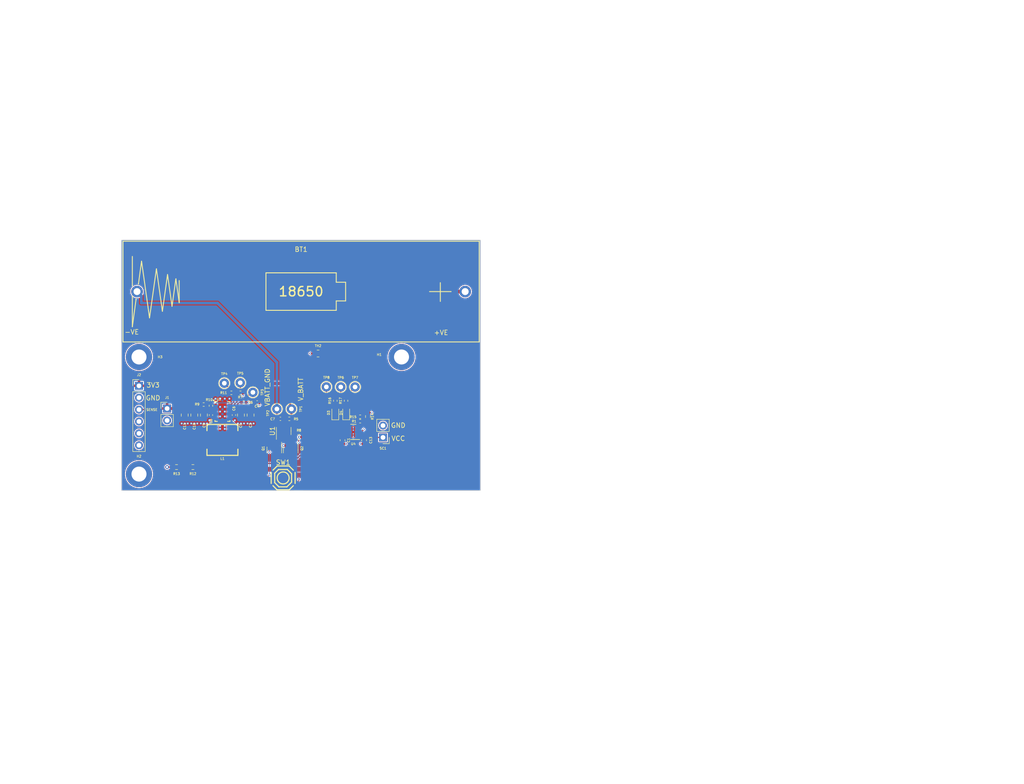
<source format=kicad_pcb>
(kicad_pcb (version 20221018) (generator pcbnew)
  (layers (0 "F.Cu" signal) (1 "In1.Cu" signal) (2 "In2.Cu" signal) (31 "B.Cu" signal) (34 "B.Paste" user) (35 "F.Paste" user) (36 "B.SilkS" user "B.Silkscreen") (37 "F.SilkS" user "F.Silkscreen") (38 "B.Mask" user) (39 "F.Mask" user) (44 "Edge.Cuts" user))
  (net 0 "")
  (net 1 "V_BATT")
  (net 2 "GND")
  (net 3 "Net-(U2-VINA)")
  (net 4 "+3V3")
  (net 5 "/3V3_L1")
  (net 6 "/3V3_L2")
  (net 7 "Net-(D3-K)")
  (net 8 "Net-(D3-A)")
  (net 9 "Net-(D4-K)")
  (net 10 "/3V3_EN")
  (net 11 "Net-(D4-A)")
  (net 13 "/3V3_PG")
  (net 15 "VCC")
  (net 17 "Net-(Q1-G)")
  (net 18 "Net-(Q1-D)")
  (net 19 "Net-(Q2-G)")
  (net 20 "Net-(U4-VTSB)")
  (net 21 "Net-(U4-TS)")
  (net 22 "Net-(U2-PS{slash}SYNC)")
  (net 23 "Batt_Sense")
  (net 24 "Net-(U2-FB)")
  (net 25 "Net-(U4-ISET)")
  (net 26 "Net-(U4-~{EN})")
  (net 27 "Net-(U4-VDPM)")
  (net 28 "Net-(U1-VDD)")
  (net 29 "Net-(U1-CS)")
  (net 33 "/BAT_-VE")
  (footprint "TestPoint:TestPoint_THTPad_D2.0mm_Drill1.0mm" (layer "F.Cu") (at 123.09 111.4)
    (fp_text reference "TP7" (at 0 -1.998) (layer "F.SilkS") (effects (font (size 0.5 0.5) (thickness 0.1))))
    (fp_text value "TestPoint")
    (pad "1" thru_hole circle (at 0 0) (size 2 2) (drill 1) (layers "*.Cu" "*.Mask") (net 9 "Net-(D4-K)"))
  )
  (footprint "MountingHole:MountingHole_3.2mm_M3_DIN965_Pad" (layer "F.Cu") (at 133 105)
    (fp_text reference "H1" (at -4.75 -0.5) (layer "F.SilkS") (effects (font (size 0.5 0.5) (thickness 0.1))))
    (fp_text value "MountingHole")
    (pad "1" thru_hole circle (at 0 0) (size 5.6 5.6) (drill 3.2) (layers "*.Cu" "*.Mask"))
  )
  (footprint "Capacitor_SMD:C_0402_1005Metric" (layer "F.Cu") (at 92.35 117.4 -90)
    (fp_text reference "C8" (at 1.3 0 90) (layer "F.SilkS") (effects (font (size 0.5 0.5) (thickness 0.1))))
    (fp_text value "100nF")
    (pad "1" smd roundrect (at -0.48 0 270) (size 0.56 0.62) (layers "F.Cu" "F.Paste" "F.Mask") (net 4 "+3V3"))
    (pad "2" smd roundrect (at 0.48 0 270) (size 0.56 0.62) (layers "F.Cu" "F.Paste" "F.Mask") (net 2 "GND"))
  )
  (footprint "TestPoint:TestPoint_THTPad_D2.0mm_Drill1.0mm" (layer "F.Cu") (at 106.415 116.1 -90)
    (fp_text reference "TP2" (at 0.9 1.915 90) (layer "F.SilkS") (effects (font (size 0.5 0.5) (thickness 0.1))))
    (fp_text value "TestPoint")
    (pad "1" thru_hole circle (at 0 0 270) (size 2 2) (drill 1) (layers "*.Cu" "*.Mask") (net 33 "/BAT_-VE"))
  )
  (footprint "Package_TO_SOT_SMD:SOT-23-6" (layer "F.Cu") (at 107.87 120.8 90)
    (fp_text reference "U1" (at 0 -2.4 90) (layer "F.SilkS"))
    (fp_text value "HY2116-DB6B")
    (pad "1" smd roundrect (at -1.1375 -0.95 90) (size 1.325 0.6) (layers "F.Cu" "F.Paste" "F.Mask") (net 17 "Net-(Q1-G)"))
    (pad "2" smd roundrect (at -1.1375 0 90) (size 1.325 0.6) (layers "F.Cu" "F.Paste" "F.Mask") (net 29 "Net-(U1-CS)"))
    (pad "3" smd roundrect (at -1.1375 0.95 90) (size 1.325 0.6) (layers "F.Cu" "F.Paste" "F.Mask") (net 19 "Net-(Q2-G)"))
    (pad "4" smd roundrect (at 1.1375 0.95 90) (size 1.325 0.6) (layers "F.Cu" "F.Paste" "F.Mask"))
    (pad "5" smd roundrect (at 1.1375 0 90) (size 1.325 0.6) (layers "F.Cu" "F.Paste" "F.Mask") (net 28 "Net-(U1-VDD)"))
    (pad "6" smd roundrect (at 1.1375 -0.95 90) (size 1.325 0.6) (layers "F.Cu" "F.Paste" "F.Mask") (net 33 "/BAT_-VE"))
  )
  (footprint "Capacitor_SMD:C_0402_1005Metric" (layer "F.Cu") (at 102.2 114.7)
    (fp_text reference "C4" (at -0.05 0.85) (layer "F.SilkS") (effects (font (size 0.5 0.5) (thickness 0.1))))
    (fp_text value "100nF")
    (pad "1" smd roundrect (at -0.48 0) (size 0.56 0.62) (layers "F.Cu" "F.Paste" "F.Mask") (net 3 "Net-(U2-VINA)"))
    (pad "2" smd roundrect (at 0.48 0) (size 0.56 0.62) (layers "F.Cu" "F.Paste" "F.Mask") (net 2 "GND"))
  )
  (footprint "Resistor_SMD:R_0402_1005Metric" (layer "F.Cu") (at 90.8 115.15)
    (fp_text reference "R9" (at -1.4 -0.05) (layer "F.SilkS") (effects (font (size 0.5 0.5) (thickness 0.1))))
    (fp_text value "1M")
    (pad "1" smd roundrect (at -0.51 0) (size 0.54 0.64) (layers "F.Cu" "F.Paste" "F.Mask") (net 4 "+3V3"))
    (pad "2" smd roundrect (at 0.51 0) (size 0.54 0.64) (layers "F.Cu" "F.Paste" "F.Mask") (net 24 "Net-(U2-FB)"))
  )
  (footprint "cacophony-library:IND-SMD_L6.6-W6.6_MCW-06XX" (layer "F.Cu") (at 94.8 122.7 180)
    (fp_text reference "L1" (at 0 -4) (layer "F.SilkS") (effects (font (size 0.5 0.5) (thickness 0.1))))
    (fp_text value "INDUCTOR")
    (pad "1" smd rect (at -3.03 0 180) (size 2.35 3.5) (layers "F.Cu" "F.Paste" "F.Mask") (net 5 "/3V3_L1"))
    (pad "2" smd rect (at 3.03 0 180) (size 2.35 3.5) (layers "F.Cu" "F.Paste" "F.Mask") (net 6 "/3V3_L2"))
  )
  (footprint "Resistor_SMD:R_0603_1608Metric" (layer "F.Cu") (at 125.85 117.71 90)
    (fp_text reference "R14" (at 0 0.96 90) (layer "F.SilkS") (effects (font (size 0.5 0.5) (thickness 0.1))))
    (fp_text value "820R")
    (pad "1" smd roundrect (at -0.825 0 90) (size 0.8 0.95) (layers "F.Cu" "F.Paste" "F.Mask") (net 25 "Net-(U4-ISET)"))
    (pad "2" smd roundrect (at 0.825 0 90) (size 0.8 0.95) (layers "F.Cu" "F.Paste" "F.Mask") (net 2 "GND"))
  )
  (footprint "Package_TO_SOT_SMD:SOT-23" (layer "F.Cu") (at 105.865 124.85 -90)
    (fp_text reference "Q1" (at -0.35 2.365 90) (layer "F.SilkS") (effects (font (size 0.5 0.5) (thickness 0.1))))
    (fp_text value "AO3400A")
    (pad "1" smd roundrect (at -0.9375 -0.95 270) (size 1.475 0.6) (layers "F.Cu" "F.Paste" "F.Mask") (net 17 "Net-(Q1-G)"))
    (pad "2" smd roundrect (at -0.9375 0.95 270) (size 1.475 0.6) (layers "F.Cu" "F.Paste" "F.Mask") (net 33 "/BAT_-VE"))
    (pad "3" smd roundrect (at 0.9375 0 270) (size 1.475 0.6) (layers "F.Cu" "F.Paste" "F.Mask") (net 18 "Net-(Q1-D)"))
  )
  (footprint "Capacitor_SMD:C_0603_1608Metric" (layer "F.Cu") (at 120.42 122.77 -90)
    (fp_text reference "C1" (at 0 -1.3 90) (layer "F.SilkS") (effects (font (size 0.5 0.5) (thickness 0.1))))
    (fp_text value "10uF")
    (pad "1" smd roundrect (at -0.775 0 270) (size 0.9 0.95) (layers "F.Cu" "F.Paste" "F.Mask") (net 1 "V_BATT"))
    (pad "2" smd roundrect (at 0.775 0 270) (size 0.9 0.95) (layers "F.Cu" "F.Paste" "F.Mask") (net 2 "GND"))
  )
  (footprint "Resistor_SMD:R_0402_1005Metric" (layer "F.Cu") (at 118.88 114.34 90)
    (fp_text reference "R16" (at 0 -1.17 90) (layer "F.SilkS") (effects (font (size 0.5 0.5) (thickness 0.1))))
    (fp_text value "10k")
    (pad "1" smd roundrect (at -0.51 0 90) (size 0.54 0.64) (layers "F.Cu" "F.Paste" "F.Mask") (net 8 "Net-(D3-A)"))
    (pad "2" smd roundrect (at 0.51 0 90) (size 0.54 0.64) (layers "F.Cu" "F.Paste" "F.Mask") (net 1 "V_BATT"))
  )
  (footprint "Resistor_SMD:R_0402_1005Metric" (layer "F.Cu") (at 99.35 114.7 180)
    (fp_text reference "R6" (at -1.45 0) (layer "F.SilkS") (effects (font (size 0.5 0.5) (thickness 0.1))))
    (fp_text value "100K")
    (pad "1" smd roundrect (at -0.51 0 180) (size 0.54 0.64) (layers "F.Cu" "F.Paste" "F.Mask") (net 3 "Net-(U2-VINA)"))
    (pad "2" smd roundrect (at 0.51 0 180) (size 0.54 0.64) (layers "F.Cu" "F.Paste" "F.Mask") (net 10 "/3V3_EN"))
  )
  (footprint "cacophony-library:VSON-14_L4.0-W3.0-P0.50-BL-EP_TI_DSJ" (layer "F.Cu") (at 94.8 116.65 -90)
    (fp_text reference "U2" (at -2.625 0.75) (layer "F.SilkS") (effects (font (size 0.5 0.5) (thickness 0.1))))
    (fp_text value "TPS6302x")
    (pad "1" smd rect (at -1.5 1.45 270) (size 0.25 0.7) (layers "F.Cu" "F.Paste" "F.Mask") (net 3 "Net-(U2-VINA)"))
    (pad "2" smd rect (at -1 1.45 270) (size 0.25 0.7) (layers "F.Cu" "F.Paste" "F.Mask") (net 2 "GND"))
    (pad "3" smd rect (at -0.5 1.45 270) (size 0.25 0.7) (layers "F.Cu" "F.Paste" "F.Mask") (net 24 "Net-(U2-FB)"))
    (pad "4" smd rect (at 0 1.45 270) (size 0.25 0.7) (layers "F.Cu" "F.Paste" "F.Mask") (net 4 "+3V3"))
    (pad "5" smd rect (at 0.5 1.45 270) (size 0.25 0.7) (layers "F.Cu" "F.Paste" "F.Mask") (net 4 "+3V3"))
    (pad "6" smd rect (at 1 1.45 270) (size 0.25 0.7) (layers "F.Cu" "F.Paste" "F.Mask") (net 6 "/3V3_L2"))
    (pad "7" smd rect (at 1.5 1.45 270) (size 0.25 0.7) (layers "F.Cu" "F.Paste" "F.Mask") (net 6 "/3V3_L2"))
    (pad "8" smd rect (at 1.5 -1.45 270) (size 0.25 0.7) (layers "F.Cu" "F.Paste" "F.Mask") (net 5 "/3V3_L1"))
    (pad "9" smd rect (at 1 -1.45 270) (size 0.25 0.7) (layers "F.Cu" "F.Paste" "F.Mask") (net 5 "/3V3_L1"))
    (pad "10" smd rect (at 0.5 -1.45 90) (size 0.25 0.7) (layers "F.Cu" "F.Paste" "F.Mask") (net 1 "V_BATT"))
    (pad "11" smd rect (at 0 -1.45 90) (size 0.25 0.7) (layers "F.Cu" "F.Paste" "F.Mask") (net 1 "V_BATT"))
    (pad "12" smd rect (at -0.5 -1.45 90) (size 0.25 0.7) (layers "F.Cu" "F.Paste" "F.Mask") (net 10 "/3V3_EN"))
    (pad "13" smd rect (at -1 -1.45 90) (size 0.25 0.7) (layers "F.Cu" "F.Paste" "F.Mask") (net 22 "Net-(U2-PS{slash}SYNC)"))
    (pad "14" smd rect (at -1.5 -1.45 90) (size 0.25 0.7) (layers "F.Cu" "F.Paste" "F.Mask") (net 13 "/3V3_PG"))
    (pad "15" smd custom (at 0 0 270) (size 1 1) (layers "F.Cu" "F.Paste" "F.Mask") (net 2 "GND") (options (clearance outline) (anchor circle)) (primitives (gr_poly (pts (xy -2.2 -0.79) (xy -2.2 -0.59) (xy -1.43 -0.59) (xy -1.43 -0.33) (xy -2.2 -0.33) (xy -2.2 -0.13) (xy -1.43 -0.13) (xy -1.43 0.13) (xy -2.2 0.13) (xy -2.2 0.33) (xy -1.43 0.33) (xy -1.43 0.59) (xy -2.2 0.59) (xy -2.2 0.79) (xy 2.2 0.79) (xy 2.2 0.59) (xy 1.43 0.59) (xy 1.43 0.33) (xy 2.2 0.33) (xy 2.2 0.13) (xy 1.43 0.13) (xy 1.43 -0.13) (xy 2.2 -0.13) (xy 2.2 -0.33) (xy 1.43 -0.33) (xy 1.43 -0.59) (xy 2.2 -0.59) (xy 2.2 -0.79) (xy -2.2 -0.79)) (width 0.1) (fill yes))))
  )
  (footprint "MountingHole:MountingHole_3.2mm_M3_DIN965_Pad" (layer "F.Cu") (at 77 130)
    (fp_text reference "H2" (at 0 -3.8) (layer "F.SilkS") (effects (font (size 0.5 0.5) (thickness 0.1))))
    (fp_text value "MountingHole")
    (pad "1" thru_hole circle (at 0 0) (size 5.6 5.6) (drill 3.2) (layers "*.Cu" "*.Mask"))
  )
  (footprint "Capacitor_SMD:C_0402_1005Metric" (layer "F.Cu") (at 107.165 118.2 180)
    (fp_text reference "C7" (at 1.665 -0.05) (layer "F.SilkS") (effects (font (size 0.5 0.5) (thickness 0.1))))
    (fp_text value "100nF")
    (pad "1" smd roundrect (at -0.48 0 180) (size 0.56 0.62) (layers "F.Cu" "F.Paste" "F.Mask") (net 28 "Net-(U1-VDD)"))
    (pad "2" smd roundrect (at 0.48 0 180) (size 0.56 0.62) (layers "F.Cu" "F.Paste" "F.Mask") (net 33 "/BAT_-VE"))
  )
  (footprint "MountingHole:MountingHole_3.2mm_M3_DIN965_Pad" (layer "F.Cu") (at 77 105)
    (fp_text reference "H3" (at 4.5 0) (layer "F.SilkS") (effects (font (size 0.5 0.5) (thickness 0.1))))
    (fp_text value "MountingHole")
    (pad "1" thru_hole circle (at 0 0) (size 5.6 5.6) (drill 3.2) (layers "*.Cu" "*.Mask"))
  )
  (footprint "Resistor_SMD:R_0402_1005Metric" (layer "F.Cu") (at 92.35 115.4 90)
    (fp_text reference "R10" (at 1.275 -0.375) (layer "F.SilkS") (effects (font (size 0.5 0.5) (thickness 0.1))))
    (fp_text value "180k")
    (pad "1" smd roundrect (at -0.51 0 90) (size 0.54 0.64) (layers "F.Cu" "F.Paste" "F.Mask") (net 24 "Net-(U2-FB)"))
    (pad "2" smd roundrect (at 0.51 0 90) (size 0.54 0.64) (layers "F.Cu" "F.Paste" "F.Mask") (net 2 "GND"))
  )
  (footprint "Resistor_SMD:R_0402_1005Metric" (layer "F.Cu") (at 124.18 118.71 180)
    (fp_text reference "R1" (at 1.29 -0.01) (layer "F.SilkS") (effects (font (size 0.5 0.5) (thickness 0.1))))
    (fp_text value "100k")
    (pad "1" smd roundrect (at -0.51 0 180) (size 0.54 0.64) (layers "F.Cu" "F.Paste" "F.Mask") (net 20 "Net-(U4-VTSB)"))
    (pad "2" smd roundrect (at 0.51 0 180) (size 0.54 0.64) (layers "F.Cu" "F.Paste" "F.Mask") (net 21 "Net-(U4-TS)"))
  )
  (footprint "Capacitor_SMD:C_0805_2012Metric" (layer "F.Cu") (at 88.8 117.4 -90)
    (fp_text reference "C10" (at 2.4 0 90) (layer "F.SilkS") (effects (font (size 0.5 0.5) (thickness 0.1))))
    (fp_text value "47uF")
    (pad "1" smd roundrect (at -0.95 0 270) (size 1 1.45) (layers "F.Cu" "F.Paste" "F.Mask") (net 4 "+3V3"))
    (pad "2" smd roundrect (at 0.95 0 270) (size 1 1.45) (layers "F.Cu" "F.Paste" "F.Mask") (net 2 "GND"))
  )
  (footprint "Connector_PinHeader_2.54mm:PinHeader_1x02_P2.54mm_Vertical" (layer "F.Cu") (at 129.05 122.175 180)
    (fp_text reference "SC1" (at 0 -2.33) (layer "F.SilkS") (effects (font (size 0.5 0.5) (thickness 0.1))))
    (fp_text value "Solar_Cells")
    (pad "1" thru_hole rect (at 0 0 180) (size 1.7 1.7) (drill 1) (layers "*.Cu" "*.Mask") (net 15 "VCC"))
    (pad "2" thru_hole oval (at 0 2.54 180) (size 1.7 1.7) (drill 1) (layers "*.Cu" "*.Mask") (net 2 "GND"))
  )
  (footprint "Package_TO_SOT_SMD:SOT-23" (layer "F.Cu") (at 109.365 124.85 -90)
    (fp_text reference "Q2" (at -0.35 -2.385 90) (layer "F.SilkS") (effects (font (size 0.5 0.5) (thickness 0.1))))
    (fp_text value "AO3400A")
    (pad "1" smd roundrect (at -0.9375 -0.95 270) (size 1.475 0.6) (layers "F.Cu" "F.Paste" "F.Mask") (net 19 "Net-(Q2-G)"))
    (pad "2" smd roundrect (at -0.9375 0.95 270) (size 1.475 0.6) (layers "F.Cu" "F.Paste" "F.Mask") (net 2 "GND"))
    (pad "3" smd roundrect (at 0.9375 0 270) (size 1.475 0.6) (layers "F.Cu" "F.Paste" "F.Mask") (net 18 "Net-(Q1-D)"))
  )
  (footprint "cacophony-library:SW-SMD_4P-L5.1-W5.1-P3.70-LS6.5-TL-2" (layer "F.Cu") (at 107.75 130.82)
    (fp_text reference "SW1" (at -0.01 -3.32) (layer "F.SilkS"))
    (fp_text value "TS-1187A-B-A-B")
    (pad "1" smd rect (at -3.3 -1.85) (size 1.7 1) (layers "F.Cu" "F.Paste" "F.Mask"))
    (pad "2" smd rect (at 3.3 -1.85) (size 1.7 1) (layers "F.Cu" "F.Paste" "F.Mask"))
    (pad "3" smd rect (at -3.3 1.85) (size 1.7 1) (layers "F.Cu" "F.Paste" "F.Mask") (net 33 "/BAT_-VE"))
    (pad "4" smd rect (at 3.3 1.85) (size 1.7 1) (layers "F.Cu" "F.Paste" "F.Mask") (net 29 "Net-(U1-CS)"))
  )
  (footprint "Resistor_SMD:R_0805_2012Metric" (layer "F.Cu") (at 115.2 104.26)
    (fp_text reference "TH2" (at 0 -1.65) (layer "F.SilkS") (effects (font (size 0.5 0.5) (thickness 0.1))))
    (fp_text value "Thermistor")
    (pad "1" smd roundrect (at -0.9125 0) (size 1.025 1.4) (layers "F.Cu" "F.Paste" "F.Mask") (roundrect_rratio 0.243902439) (net 2 "GND"))
    (pad "2" smd roundrect (at 0.9125 0) (size 1.025 1.4) (layers "F.Cu" "F.Paste" "F.Mask") (roundrect_rratio 0.243902439) (net 21 "Net-(U4-TS)"))
  )
  (footprint "Capacitor_SMD:C_0805_2012Metric" (layer "F.Cu") (at 86.75 117.4 -90)
    (fp_text reference "C11" (at 2.4 0 90) (layer "F.SilkS") (effects (font (size 0.5 0.5) (thickness 0.1))))
    (fp_text value "47uF")
    (pad "1" smd roundrect (at -0.95 0 270) (size 1 1.45) (layers "F.Cu" "F.Paste" "F.Mask") (net 4 "+3V3"))
    (pad "2" smd roundrect (at 0.95 0 270) (size 1 1.45) (layers "F.Cu" "F.Paste" "F.Mask") (net 2 "GND"))
  )
  (footprint "TestPoint:TestPoint_THTPad_D2.0mm_Drill1.0mm" (layer "F.Cu") (at 101.3 112.55 -90)
    (fp_text reference "TP3" (at 0 -1.998 90) (layer "F.SilkS") (effects (font (size 0.5 0.5) (thickness 0.1))))
    (fp_text value "TestPoint")
    (pad "1" thru_hole circle (at 0 0 270) (size 2 2) (drill 1) (layers "*.Cu" "*.Mask") (net 10 "/3V3_EN"))
  )
  (footprint "LED_SMD:LED_0603_1608Metric" (layer "F.Cu") (at 121.2 116.9125 90)
    (fp_text reference "D4" (at -0.0175 -1.09 90) (layer "F.SilkS") (effects (font (size 0.5 0.5) (thickness 0.1))))
    (fp_text value "LED_W")
    (pad "1" smd roundrect (at -0.7875 0 90) (size 0.875 0.95) (layers "F.Cu" "F.Paste" "F.Mask") (net 9 "Net-(D4-K)"))
    (pad "2" smd roundrect (at 0.7875 0 90) (size 0.875 0.95) (layers "F.Cu" "F.Paste" "F.Mask") (net 11 "Net-(D4-A)"))
  )
  (footprint "Resistor_SMD:R_0402_1005Metric" (layer "F.Cu") (at 124.18 117.76 180)
    (fp_text reference "R15" (at 1.52 -0.04) (layer "F.SilkS") (effects (font (size 0.5 0.5) (thickness 0.1))))
    (fp_text value "22k")
    (pad "1" smd roundrect (at -0.51 0 180) (size 0.54 0.64) (layers "F.Cu" "F.Paste" "F.Mask") (net 20 "Net-(U4-VTSB)"))
    (pad "2" smd roundrect (at 0.51 0 180) (size 0.54 0.64) (layers "F.Cu" "F.Paste" "F.Mask") (net 21 "Net-(U4-TS)"))
  )
  (footprint "Resistor_SMD:R_0402_1005Metric" (layer "F.Cu") (at 121.17 114.34 90)
    (fp_text reference "R17" (at 0 -1.17 90) (layer "F.SilkS") (effects (font (size 0.5 0.5) (thickness 0.1))))
    (fp_text value "10k")
    (pad "1" smd roundrect (at -0.51 0 90) (size 0.54 0.64) (layers "F.Cu" "F.Paste" "F.Mask") (net 11 "Net-(D4-A)"))
    (pad "2" smd roundrect (at 0.51 0 90) (size 0.54 0.64) (layers "F.Cu" "F.Paste" "F.Mask") (net 1 "V_BATT"))
  )
  (footprint "Resistor_SMD:R_0603_1608Metric" (layer "F.Cu") (at 88.5 128.5 180)
    (fp_text reference "R12" (at 0 -1.43) (layer "F.SilkS") (effects (font (size 0.5 0.5) (thickness 0.1))))
    (fp_text value "1M")
    (pad "1" smd roundrect (at -0.825 0 180) (size 0.8 0.95) (layers "F.Cu" "F.Paste" "F.Mask") (net 1 "V_BATT"))
    (pad "2" smd roundrect (at 0.825 0 180) (size 0.8 0.95) (layers "F.Cu" "F.Paste" "F.Mask") (net 23 "Batt_Sense"))
  )
  (footprint "TestPoint:TestPoint_THTPad_D2.0mm_Drill1.0mm" (layer "F.Cu") (at 95.2 110.6)
    (fp_text reference "TP4" (at 0 -1.998) (layer "F.SilkS") (effects (font (size 0.5 0.5) (thickness 0.1))))
    (fp_text value "TestPoint")
    (pad "1" thru_hole circle (at 0 0) (size 2 2) (drill 1) (layers "*.Cu" "*.Mask") (net 13 "/3V3_PG"))
  )
  (footprint "Capacitor_SMD:C_0805_2012Metric" (layer "F.Cu") (at 100.8 117.4 -90)
    (fp_text reference "C3" (at 2.2 0 90) (layer "F.SilkS") (effects (font (size 0.5 0.5) (thickness 0.1))))
    (fp_text value "47uF")
    (pad "1" smd roundrect (at -0.95 0 270) (size 1 1.45) (layers "F.Cu" "F.Paste" "F.Mask") (net 1 "V_BATT"))
    (pad "2" smd roundrect (at 0.95 0 270) (size 1 1.45) (layers "F.Cu" "F.Paste" "F.Mask") (net 2 "GND"))
  )
  (footprint "Capacitor_SMD:C_0603_1608Metric" (layer "F.Cu") (at 125.02 122.765 -90)
    (fp_text reference "C13" (at 0 -1.43 90) (layer "F.SilkS") (effects (font (size 0.5 0.5) (thickness 0.1))))
    (fp_text value "10uF")
    (pad "1" smd roundrect (at -0.775 0 270) (size 0.9 0.95) (layers "F.Cu" "F.Paste" "F.Mask") (net 15 "VCC"))
    (pad "2" smd roundrect (at 0.775 0 270) (size 0.9 0.95) (layers "F.Cu" "F.Paste" "F.Mask") (net 2 "GND"))
  )
  (footprint "Resistor_SMD:R_0402_1005Metric" (layer "F.Cu") (at 96.7 112.65)
    (fp_text reference "R11" (at -1.65 0) (layer "F.SilkS") (effects (font (size 0.5 0.5) (thickness 0.1))))
    (fp_text value "1M")
    (pad "1" smd roundrect (at -0.51 0) (size 0.54 0.64) (layers "F.Cu" "F.Paste" "F.Mask") (net 4 "+3V3"))
    (pad "2" smd roundrect (at 0.51 0) (size 0.54 0.64) (layers "F.Cu" "F.Paste" "F.Mask") (net 13 "/3V3_PG"))
  )
  (footprint "LED_SMD:LED_0603_1608Metric" (layer "F.Cu") (at 118.88 116.92 90)
    (fp_text reference "D3" (at 0 -1.43 90) (layer "F.SilkS") (effects (font (size 0.5 0.5) (thickness 0.1))))
    (fp_text value "LED_R")
    (pad "1" smd roundrect (at -0.7875 0 90) (size 0.875 0.95) (layers "F.Cu" "F.Paste" "F.Mask") (net 7 "Net-(D3-K)"))
    (pad "2" smd roundrect (at 0.7875 0 90) (size 0.875 0.95) (layers "F.Cu" "F.Paste" "F.Mask") (net 8 "Net-(D3-A)"))
  )
  (footprint "Resistor_SMD:R_0402_1005Metric" (layer "F.Cu") (at 109.065 118.2 180)
    (fp_text reference "R5" (at -1.435 -0.05) (layer "F.SilkS") (effects (font (size 0.5 0.5) (thickness 0.1))))
    (fp_text value "100R")
    (pad "1" smd roundrect (at -0.51 0 180) (size 0.54 0.64) (layers "F.Cu" "F.Paste" "F.Mask") (net 1 "V_BATT"))
    (pad "2" smd roundrect (at 0.51 0 180) (size 0.54 0.64) (layers "F.Cu" "F.Paste" "F.Mask") (net 28 "Net-(U1-VDD)"))
  )
  (footprint "Package_SON:WSON-10-1EP_2x3mm_P0.5mm_EP0.84x2.4mm" (layer "F.Cu") (at 122.72 120.99 180)
    (fp_text reference "U4" (at 0 -2.55) (layer "F.SilkS") (effects (font (size 0.5 0.5) (thickness 0.1))))
    (fp_text value "BQ24210DQCR")
    (pad "1" smd rect (at -0.95 -1 180) (size 0.5 0.25) (layers "F.Cu" "F.Paste" "F.Mask") (net 15 "VCC"))
    (pad "2" smd rect (at -0.95 -0.5 180) (size 0.5 0.25) (layers "F.Cu" "F.Paste" "F.Mask") (net 25 "Net-(U4-ISET)"))
    (pad "3" smd rect (at -0.95 0 180) (size 0.5 0.25) (layers "F.Cu" "F.Paste" "F.Mask") (net 2 "GND"))
    (pad "4" smd rect (at -0.95 0.5 180) (size 0.5 0.25) (layers "F.Cu" "F.Paste" "F.Mask") (net 20 "Net-(U4-VTSB)"))
    (pad "5" smd rect (at -0.95 1 180) (size 0.5 0.25) (layers "F.Cu" "F.Paste" "F.Mask") (net 21 "Net-(U4-TS)"))
    (pad "6" smd rect (at 0.95 1 180) (size 0.5 0.25) (layers "F.Cu" "F.Paste" "F.Mask") (net 9 "Net-(D4-K)"))
    (pad "7" smd rect (at 0.95 0.5 180) (size 0.5 0.25) (layers "F.Cu" "F.Paste" "F.Mask") (net 26 "Net-(U4-~{EN})"))
    (pad "8" smd rect (at 0.95 0 180) (size 0.5 0.25) (layers "F.Cu" "F.Paste" "F.Mask") (net 7 "Net-(D3-K)"))
    (pad "9" smd rect (at 0.95 -0.5 180) (size 0.5 0.25) (layers "F.Cu" "F.Paste" "F.Mask") (net 27 "Net-(U4-VDPM)"))
    (pad "10" smd rect (at 0.95 -1 180) (size 0.5 0.25) (layers "F.Cu" "F.Paste" "F.Mask") (net 1 "V_BATT"))
    (pad "11" smd rect (at 0 0 180) (size 0.84 2.4) (layers "F.Cu" "F.Mask") (net 2 "GND"))
  )
  (footprint "TestPoint:TestPoint_THTPad_D2.0mm_Drill1.0mm" (layer "F.Cu") (at 116.97 111.39)
    (fp_text reference "TP8" (at 0 -1.998) (layer "F.SilkS") (effects (font (size 0.5 0.5) (thickness 0.1))))
    (fp_text value "TestPoint")
    (pad "1" thru_hole circle (at 0 0) (size 2 2) (drill 1) (layers "*.Cu" "*.Mask") (net 27 "Net-(U4-VDPM)"))
  )
  (footprint "Resistor_SMD:R_0402_1005Metric" (layer "F.Cu") (at 98.65 112.65)
    (fp_text reference "R7" (at -0.05 0.95) (layer "F.SilkS") (effects (font (size 0.5 0.5) (thickness 0.1))))
    (fp_text value "100K")
    (pad "1" smd roundrect (at -0.51 0) (size 0.54 0.64) (layers "F.Cu" "F.Paste" "F.Mask") (net 22 "Net-(U2-PS{slash}SYNC)"))
    (pad "2" smd roundrect (at 0.51 0) (size 0.54 0.64) (layers "F.Cu" "F.Paste" "F.Mask") (net 2 "GND"))
  )
  (footprint "Resistor_SMD:R_0603_1608Metric" (layer "F.Cu") (at 111.115 122.1)
    (fp_text reference "R8" (at 0 -1.43) (layer "F.SilkS") (effects (font (size 0.5 0.5) (thickness 0.1))))
    (fp_text value "2k")
    (pad "1" smd roundrect (at -0.825 0) (size 0.8 0.95) (layers "F.Cu" "F.Paste" "F.Mask") (net 29 "Net-(U1-CS)"))
    (pad "2" smd roundrect (at 0.825 0) (size 0.8 0.95) (layers "F.Cu" "F.Paste" "F.Mask") (net 2 "GND"))
  )
  (footprint "Resistor_SMD:R_0603_1608Metric" (layer "F.Cu") (at 85.01 128.5 180)
    (fp_text reference "R13" (at 0 -1.43) (layer "F.SilkS") (effects (font (size 0.5 0.5) (thickness 0.1))))
    (fp_text value "1M")
    (pad "1" smd roundrect (at -0.825 0 180) (size 0.8 0.95) (layers "F.Cu" "F.Paste" "F.Mask") (net 23 "Batt_Sense"))
    (pad "2" smd roundrect (at 0.825 0 180) (size 0.8 0.95) (layers "F.Cu" "F.Paste" "F.Mask") (net 2 "GND"))
  )
  (footprint "TestPoint:TestPoint_THTPad_D2.0mm_Drill1.0mm" (layer "F.Cu") (at 98.6 110.5)
    (fp_text reference "TP5" (at 0 -1.998) (layer "F.SilkS") (effects (font (size 0.5 0.5) (thickness 0.1))))
    (fp_text value "TestPoint")
    (pad "1" thru_hole circle (at 0 0) (size 2 2) (drill 1) (layers "*.Cu" "*.Mask") (net 22 "Net-(U2-PS{slash}SYNC)"))
  )
  (footprint "Capacitor_SMD:C_0805_2012Metric" (layer "F.Cu") (at 98.75 117.4 -90)
    (fp_text reference "C5" (at 2.25 0.05 90) (layer "F.SilkS") (effects (font (size 0.5 0.5) (thickness 0.1))))
    (fp_text value "47uF")
    (pad "1" smd roundrect (at -0.95 0 270) (size 1 1.45) (layers "F.Cu" "F.Paste" "F.Mask") (net 1 "V_BATT"))
    (pad "2" smd roundrect (at 0.95 0 270) (size 1 1.45) (layers "F.Cu" "F.Paste" "F.Mask") (net 2 "GND"))
  )
  (footprint "TestPoint:TestPoint_THTPad_D2.0mm_Drill1.0mm" (layer "F.Cu") (at 109.515 116.1 -90)
    (fp_text reference "TP1" (at 0 -1.998 90) (layer "F.SilkS") (effects (font (size 0.5 0.5) (thickness 0.1))))
    (fp_text value "TestPoint")
    (pad "1" thru_hole circle (at 0 0 270) (size 2 2) (drill 1) (layers "*.Cu" "*.Mask") (net 1 "V_BATT"))
  )
  (footprint "Capacitor_SMD:C_0805_2012Metric" (layer "F.Cu") (at 90.85 117.4 -90)
    (fp_text reference "C9" (at 2.2 -0.05 90) (layer "F.SilkS") (effects (font (size 0.5 0.5) (thickness 0.1))))
    (fp_text value "47uF")
    (pad "1" smd roundrect (at -0.95 0 270) (size 1 1.45) (layers "F.Cu" "F.Paste" "F.Mask") (net 4 "+3V3"))
    (pad "2" smd roundrect (at 0.95 0 270) (size 1 1.45) (layers "F.Cu" "F.Paste" "F.Mask") (net 2 "GND"))
  )
  (footprint "Connector_PinHeader_2.54mm:PinHeader_1x02_P2.54mm_Vertical" (layer "F.Cu") (at 83 116)
    (fp_text reference "J1" (at 0 -2.33) (layer "F.SilkS") (effects (font (size 0.5 0.5) (thickness 0.1))))
    (fp_text value "Conn_01x02")
    (pad "1" thru_hole rect (at 0 0) (size 1.7 1.7) (drill 1) (layers "*.Cu" "*.Mask") (net 4 "+3V3"))
    (pad "2" thru_hole oval (at 0 2.54) (size 1.7 1.7) (drill 1) (layers "*.Cu" "*.Mask") (net 2 "GND"))
  )
  (footprint "TestPoint:TestPoint_THTPad_D2.0mm_Drill1.0mm" (layer "F.Cu") (at 120.04 111.4)
    (fp_text reference "TP6" (at 0 -1.998) (layer "F.SilkS") (effects (font (size 0.5 0.5) (thickness 0.1))))
    (fp_text value "TestPoint")
    (pad "1" thru_hole circle (at 0 0) (size 2 2) (drill 1) (layers "*.Cu" "*.Mask") (net 26 "Net-(U4-~{EN})"))
  )
  (footprint "Connector_PinHeader_2.54mm:PinHeader_1x06_P2.54mm_Vertical" (layer "F.Cu") (at 77 111.15)
    (fp_text reference "J2" (at 0 -2.33) (layer "F.SilkS") (effects (font (size 0.5 0.5) (thickness 0.1))))
    (fp_text value "Conn_01x06")
    (pad "1" thru_hole rect (at 0 0) (size 1.7 1.7) (drill 1) (layers "*.Cu" "*.Mask") (net 4 "+3V3"))
    (pad "2" thru_hole oval (at 0 2.54) (size 1.7 1.7) (drill 1) (layers "*.Cu" "*.Mask") (net 2 "GND"))
    (pad "3" thru_hole oval (at 0 5.08) (size 1.7 1.7) (drill 1) (layers "*.Cu" "*.Mask") (net 23 "Batt_Sense"))
    (pad "4" thru_hole oval (at 0 7.62) (size 1.7 1.7) (drill 1) (layers "*.Cu" "*.Mask"))
    (pad "5" thru_hole oval (at 0 10.16) (size 1.7 1.7) (drill 1) (layers "*.Cu" "*.Mask"))
    (pad "6" thru_hole oval (at 0 12.7) (size 1.7 1.7) (drill 1) (layers "*.Cu" "*.Mask"))
  )
  (footprint "Capacitor_SMD:C_0402_1005Metric" (layer "F.Cu") (at 97.25 117.4 -90)
    (fp_text reference "C6" (at -1.4 0 90) (layer "F.SilkS") (effects (font (size 0.5 0.5) (thickness 0.1))))
    (fp_text value "100nF")
    (pad "1" smd roundrect (at -0.48 0 270) (size 0.56 0.62) (layers "F.Cu" "F.Paste" "F.Mask") (net 1 "V_BATT"))
    (pad "2" smd roundrect (at 0.48 0 270) (size 0.56 0.62) (layers "F.Cu" "F.Paste" "F.Mask") (net 2 "GND"))
  )
  (footprint "cacophony-library:18650_holder" (layer "F.Cu") (at 111.58 91.04)
    (fp_text reference "BT1" (at 0 -9 unlocked) (layer "F.SilkS"))
    (fp_text value "Battery_Cell")
    (fp_text user "18650" (at 0 0 unlocked) (layer "F.SilkS") (effects (font (size 2 2) (thickness 0.3))))
    (pad "1" thru_hole circle (at 35 0) (size 2.5 2.5) (drill 1.5) (layers "*.Cu" "*.Mask") (net 1 "V_BATT"))
    (pad "2" thru_hole circle (at -35 0) (size 2.5 2.5) (drill 1.5) (layers "*.Cu" "*.Mask") (net 33 "/BAT_-VE"))
  )
  (gr_rect (start 73.29 80.03) (end 149.83 133.5) (stroke (width 0.1)) (fill none) (layer "Edge.Cuts"))
  (gr_text "VCC" (at 132.3 122.4) (layer "F.SilkS") (effects (font (size 1 1))))
  (gr_text "3V3" (at 80 111) (layer "F.SilkS") (effects (font (size 1 1))))
  (gr_text "+VE" (at 139.84 100.38) (layer "F.SilkS") (effects (font (size 1 1)) (justify left bottom)))
  (gr_text "GND" (at 132.3 119.6) (layer "F.SilkS") (effects (font (size 1 1))))
  (gr_text "SENSE" (at 79.75 116.25) (layer "F.SilkS") (effects (font (size 0.5 0.5) (thickness 0.1))))
  (gr_text "-VE" (at 73.87 100.26) (layer "F.SilkS") (effects (font (size 1 1)) (justify left bottom)))
  (gr_text "V_BATT" (at 111.5 111.9 90) (layer "F.SilkS") (effects (font (size 1 1))))
  (gr_text "VBATT_GND" (at 104.4 111.5 90) (layer "F.SilkS") (effects (font (size 1 1))))
  (gr_text "GND" (at 80 113.75) (layer "F.SilkS") (effects (font (size 1 1))))
  (segment (start 109.24 115.825) (end 109.515 116.1) (width 0.4) (layer "F.Cu") (net 1))
  (segment (start 109.515 118.14) (end 109.575 118.2) (width 0.4) (layer "F.Cu") (net 1))
  (segment (start 107.67 108.44) (end 107.67 103.7) (width 0.8) (layer "F.Cu") (net 1))
  (segment (start 103.81 127.71) (end 109.69 127.71) (width 0.25) (layer "F.Cu") (net 1))
  (segment (start 107.67 103.7) (end 117.88 93.49) (width 0.8) (layer "F.Cu") (net 1))
  (segment (start 120.3 109.19) (end 118.49 109.19) (width 0.15) (layer "F.Cu") (net 1))
  (segment (start 117.7 120.7) (end 116.7 120.7) (width 0.25) (layer "F.Cu") (net 1))
  (segment (start 109.24 112.3) (end 109.24 111.84) (width 0.8) (layer "F.Cu") (net 1))
  (segment (start 142.155 91.04) (end 146.58 91.04) (width 0.8) (layer "F.Cu") (net 1))
  (segment (start 109.69 127.71) (end 116.7 120.7) (width 0.25) (layer "F.Cu") (net 1))
  (segment (start 118.88 113.83) (end 118.47 113.42) (width 0.15) (layer "F.Cu") (net 1))
  (segment (start 89.325 128.5) (end 103.325 128.5) (width 0.25) (layer "F.Cu") (net 1))
  (segment (start 103.325 128.195) (end 103.81 127.71) (width 0.25) (layer "F.Cu") (net 1))
  (segment (start 139.705 93.49) (end 142.155 91.04) (width 0.8) (layer "F.Cu") (net 1))
  (segment (start 120.425 121.99) (end 120.42 121.995) (width 0.25) (layer "F.Cu") (net 1))
  (segment (start 121.17 113.83) (end 121.54 113.46) (width 0.15) (layer "F.Cu") (net 1))
  (segment (start 117.7 108.44) (end 107.67 108.44) (width 0.15) (layer "F.Cu") (net 1))
  (segment (start 109.24 111.84) (end 108.05 110.65) (width 0.8) (layer "F.Cu") (net 1))
  (segment (start 118.47 109.21) (end 117.7 108.44) (width 0.15) (layer "F.Cu") (net 1))
  (segment (start 104.25 115.45) (end 103.25 116.45) (width 0.8) (layer "F.Cu") (net 1))
  (segment (start 118.995 121.995) (end 117.7 120.7) (width 0.25) (layer "F.Cu") (net 1))
  (segment (start 104.25 111.5) (end 104.25 115.45) (width 0.8) (layer "F.Cu") (net 1))
  (segment (start 116.7 120.7) (end 112.075 120.7) (width 0.4) (layer "F.Cu") (net 1))
  (segment (start 107.67 110.65) (end 107.67 108.44) (width 0.8) (layer "F.Cu") (net 1))
  (segment (start 117.88 93.49) (end 139.705 93.49) (width 0.8) (layer "F.Cu") (net 1))
  (segment (start 105.1 110.65) (end 104.25 111.5) (width 0.8) (layer "F.Cu") (net 1))
  (segment (start 121.54 113.46) (end 121.54 110.43) (width 0.15) (layer "F.Cu") (net 1))
  (segment (start 121.54 110.43) (end 120.3 109.19) (width 0.15) (layer "F.Cu") (net 1))
  (segment (start 108.05 110.65) (end 107.67 110.65) (width 0.8) (layer "F.Cu") (net 1))
  (segment (start 103.325 128.5) (end 103.325 128.195) (width 0.25) (layer "F.Cu") (net 1))
  (segment (start 107.67 110.65) (end 105.1 110.65) (width 0.8) (layer "F.Cu") (net 1))
  (segment (start 103.25 116.45) (end 100.8 116.45) (width 0.8) (layer "F.Cu") (net 1))
  (segment (start 109.515 116.1) (end 109.515 118.14) (width 0.4) (layer "F.Cu") (net 1))
  (segment (start 112.075 120.7) (end 109.575 118.2) (width 0.4) (layer "F.Cu") (net 1))
  (segment (start 121.77 121.99) (end 120.425 121.99) (width 0.25) (layer "F.Cu") (net 1))
  (segment (start 118.47 113.42) (end 118.47 109.21) (width 0.15) (layer "F.Cu") (net 1))
  (segment (start 118.49 109.19) (end 118.47 109.21) (width 0.15) (layer "F.Cu") (net 1))
  (segment (start 120.42 121.995) (end 118.995 121.995) (width 0.25) (layer "F.Cu") (net 1))
  (segment (start 109.24 112.3) (end 109.24 115.825) (width 0.4) (layer "F.Cu") (net 1))
  (segment (start 125.85 116.885) (end 126.565 116.885) (width 0.15) (layer "F.Cu") (net 2))
  (segment (start 107.8275 123.9125) (end 107.815 123.9) (width 0.4) (layer "F.Cu") (net 2))
  (segment (start 125.02 123.54) (end 124.31 123.54) (width 0.25) (layer "F.Cu") (net 2))
  (segment (start 120.42 123.545) (end 121.115 123.545) (width 0.25) (layer "F.Cu") (net 2))
  (segment (start 99.16 113.19) (end 99.15 113.2) (width 0.2) (layer "F.Cu") (net 2))
  (segment (start 114.2875 104.26) (end 113.54 104.26) (width 0.15) (layer "F.Cu") (net 2))
  (segment (start 121.115 123.545) (end 121.12 123.54) (width 0.25) (layer "F.Cu") (net 2))
  (segment (start 108.415 123.9125) (end 107.8275 123.9125) (width 0.4) (layer "F.Cu") (net 2))
  (segment (start 111.94 122.1) (end 111.215 122.1) (width 0.4) (layer "F.Cu") (net 2))
  (segment (start 123.67 120.99) (end 122.72 120.99) (width 0.25) (layer "F.Cu") (net 2))
  (segment (start 123.67 120.99) (end 124.42 120.99) (width 0.25) (layer "F.Cu") (net 2))
  (segment (start 84.185 128.5) (end 83 128.5) (width 0.25) (layer "F.Cu") (net 2))
  (segment (start 124.42 120.99) (end 124.92 120.49) (width 0.25) (layer "F.Cu") (net 2))
  (segment (start 126.565 116.885) (end 126.58 116.9) (width 0.15) (layer "F.Cu") (net 2))
  (segment (start 102.68 114.7) (end 102.68 115.23) (width 0.2) (layer "F.Cu") (net 2))
  (segment (start 102.68 115.23) (end 102.7 115.25) (width 0.2) (layer "F.Cu") (net 2))
  (segment (start 99.16 112.65) (end 99.16 113.19) (width 0.2) (layer "F.Cu") (net 2))
  (via (at 95.3 115.65) (size 0.6) (drill 0.3) (layers "F.Cu" "B.Cu") (net 2))
  (via (at 126.58 116.9) (size 0.45) (drill 0.2) (layers "F.Cu" "B.Cu") (net 2))
  (via (at 97.45 118.5) (size 0.6) (drill 0.3) (layers "F.Cu" "B.Cu") (net 2))
  (via (at 86.1 119.2) (size 0.6) (drill 0.3) (layers "F.Cu" "B.Cu") (net 2))
  (via (at 99.15 113.2) (size 0.45) (drill 0.2) (layers "F.Cu" "B.Cu") (net 2))
  (via (at 89.45 119.2) (size 0.6) (drill 0.3) (layers "F.Cu" "B.Cu") (net 2))
  (via (at 94.3 116.65) (size 0.6) (drill 0.3) (layers "F.Cu" "B.Cu") (net 2))
  (via (at 93.3 113.9) (size 0.6) (drill 0.3) (layers "F.Cu" "B.Cu") (net 2))
  (via (at 95.3 116.65) (size 0.6) (drill 0.3) (layers "F.Cu" "B.Cu") (net 2))
  (via (at 87.4 119.2) (size 0.6) (drill 0.3) (layers "F.Cu" "B.Cu") (net 2))
  (via (at 99.4 119.2) (size 0.6) (drill 0.3) (layers "F.Cu" "B.Cu") (net 2))
  (via (at 94.3 120.35) (size 0.6) (drill 0.3) (layers "F.Cu" "B.Cu") (net 2))
  (via (at 122.72 121.42) (size 0.45) (drill 0.2) (layers "F.Cu" "B.Cu") (net 2))
  (via (at 90.85 119.2) (size 0.6) (drill 0.3) (layers "F.Cu" "B.Cu") (net 2))
  (via (at 107.815 123.9) (size 0.6) (drill 0.3) (layers "F.Cu" "B.Cu") (net 2))
  (via (at 94.3 119.7) (size 0.6) (drill 0.3) (layers "F.Cu" "B.Cu") (net 2))
  (via (at 124.31 123.54) (size 0.45) (drill 0.2) (layers "F.Cu" "B.Cu") (net 2))
  (via (at 90.2 119.2) (size 0.6) (drill 0.3) (layers "F.Cu" "B.Cu") (net 2))
  (via (at 98.1 119.2) (size 0.6) (drill 0.3) (layers "F.Cu" "B.Cu") (net 2))
  (via (at 94.3 113.9) (size 0.6) (drill 0.3) (layers "F.Cu" "B.Cu") (net 2))
  (via (at 122.72 120.62) (size 0.45) (drill 0.2) (layers "F.Cu" "B.Cu") (net 2))
  (via (at 92 118.5) (size 0.6) (drill 0.3) (layers "F.Cu" "B.Cu") (net 2))
  (via (at 95.3 113.9) (size 0.6) (drill 0.3) (layers "F.Cu" "B.Cu") (net 2))
  (via (at 86.75 119.2) (size 0.6) (drill 0.3) (layers "F.Cu" "B.Cu") (net 2))
  (via (at 122.72 121.92) (size 0.45) (drill 0.2) (layers "F.Cu" "B.Cu") (net 2))
  (via (at 88.8 119.2) (size 0.6) (drill 0.3) (layers "F.Cu" "B.Cu") (net 2))
  (via (at 96.3 113.9) (size 0.6) (drill 0.3) (layers "F.Cu" "B.Cu") (net 2))
  (via (at 101.45 119.2) (size 0.6) (drill 0.3) (layers "F.Cu" "B.Cu") (net 2))
  (via (at 95.3 120.35) (size 0.6) (drill 0.3) (layers "F.Cu" "B.Cu") (net 2))
  (via (at 94.3 117.7) (size 0.6) (drill 0.3) (layers "F.Cu" "B.Cu") (net 2))
  (via (at 95.3 117.7) (size 0.6) (drill 0.3) (layers "F.Cu" "B.Cu") (net 2))
  (via (at 100.8 119.2) (size 0.6) (drill 0.3) (layers "F.Cu" "B.Cu") (net 2))
  (via (at 102.7 115.25) (size 0.45) (drill 0.2) (layers "F.Cu" "B.Cu") (net 2))
  (via (at 88.15 119.2) (size 0.6) (drill 0.3) (layers "F.Cu" "B.Cu") (net 2))
  (via (at 94.3 115.65) (size 0.6) (drill 0.3) (layers "F.Cu" "B.Cu") (net 2))
  (via (at 91.5 119.2) (size 0.6) (drill 0.3) (layers "F.Cu" "B.Cu") (net 2))
  (via (at 95.3 119.7) (size 0.6) (drill 0.3) (layers "F.Cu" "B.Cu") (net 2))
  (via (at 98.75 119.2) (size 0.6) (drill 0.3) (layers "F.Cu" "B.Cu") (net 2))
  (via (at 111.215 122.1) (size 0.6) (drill 0.3) (layers "F.Cu" "B.Cu") (net 2))
  (via (at 113.54 104.26) (size 0.45) (drill 0.2) (layers "F.Cu" "B.Cu") (net 2))
  (via (at 124.92 120.49) (size 0.45) (drill 0.2) (layers "F.Cu" "B.Cu") (net 2))
  (via (at 100.15 119.2) (size 0.6) (drill 0.3) (layers "F.Cu" "B.Cu") (net 2))
  (via (at 121.12 123.54) (size 0.45) (drill 0.2) (layers "F.Cu" "B.Cu") (net 2))
  (via (at 83 128.5) (size 0.8) (drill 0.4) (layers "F.Cu" "B.Cu") (net 2))
  (via (at 122.72 120.12) (size 0.45) (drill 0.2) (layers "F.Cu" "B.Cu") (net 2))
  (segment (start 101.72 114.7) (end 100.4 114.7) (width 0.2) (layer "F.Cu") (net 3))
  (segment (start 93.35 115.15) (end 93.35 114.8) (width 0.2) (layer "F.Cu") (net 3))
  (segment (start 100.4 114.7) (end 99.86 114.7) (width 0.2) (layer "F.Cu") (net 3))
  (via (at 100.4 114.7) (size 0.45) (drill 0.2) (layers "F.Cu" "B.Cu") (net 3))
  (via (at 93.35 114.8) (size 0.45) (drill 0.2) (layers "F.Cu" "B.Cu") (net 3))
  (segment (start 100.3 114.8) (end 100.4 114.7) (width 0.2) (layer "B.Cu") (net 3))
  (segment (start 93.35 114.8) (end 100.3 114.8) (width 0.2) (layer "B.Cu") (net 3))
  (segment (start 87.5 112.65) (end 96.19 112.65) (width 0.3) (layer "F.Cu") (net 4))
  (segment (start 83 116) (end 86.3 116) (width 0.6) (layer "F.Cu") (net 4))
  (segment (start 87.5 112.65) (end 86.75 113.4) (width 0.3) (layer "F.Cu") (net 4))
  (segment (start 86.75 113.4) (end 86.75 116.45) (width 0.3) (layer "F.Cu") (net 4))
  (segment (start 86.3 116) (end 86.75 116.45) (width 0.6) (layer "F.Cu") (net 4))
  (segment (start 121.27 120.99) (end 118.88 118.6) (width 0.15) (layer "F.Cu") (net 7))
  (segment (start 118.88 118.6) (end 118.88 117.7075) (width 0.15) (layer "F.Cu") (net 7))
  (segment (start 121.77 120.99) (end 121.27 120.99) (width 0.15) (layer "F.Cu") (net 7))
  (segment (start 118.88 116.1325) (end 118.88 114.85) (width 0.15) (layer "F.Cu") (net 8))
  (segment (start 121.2 117.7) (end 122.01 116.89) (width 0.15) (layer "F.Cu") (net 9))
  (segment (start 122.01 112.48) (end 123.09 111.4) (width 0.15) (layer "F.Cu") (net 9))
  (segment (start 121.24 117.74) (end 121.2 117.7) (width 0.15) (layer "F.Cu") (net 9))
  (segment (start 122.01 116.89) (end 122.01 112.48) (width 0.15) (layer "F.Cu") (net 9))
  (segment (start 121.24 119.78) (end 121.24 117.74) (width 0.15) (layer "F.Cu") (net 9))
  (segment (start 121.45 119.99) (end 121.24 119.78) (width 0.15) (layer "F.Cu") (net 9))
  (segment (start 121.77 119.99) (end 121.45 119.99) (width 0.15) (layer "F.Cu") (net 9))
  (segment (start 100.99 112.55) (end 98.84 114.7) (width 0.2) (layer "F.Cu") (net 10))
  (segment (start 96.95 116.15) (end 96.25 116.15) (width 0.2) (layer "F.Cu") (net 10))
  (segment (start 98.4 114.7) (end 96.95 116.15) (width 0.2) (layer "F.Cu") (net 10))
  (segment (start 98.84 114.7) (end 98.4 114.7) (width 0.2) (layer "F.Cu") (net 10))
  (segment (start 101.3 112.55) (end 100.99 112.55) (width 0.2) (layer "F.Cu") (net 10))
  (segment (start 121.2 114.88) (end 121.17 114.85) (width 0.15) (layer "F.Cu") (net 11))
  (segment (start 121.2 116.125) (end 121.2 114.88) (width 0.15) (layer "F.Cu") (net 11))
  (segment (start 97.21 112.65) (end 97.2 112.64) (width 0.2) (layer "F.Cu") (net 13))
  (segment (start 96.25 115.15) (end 96.65 115.15) (width 0.2) (layer "F.Cu") (net 13))
  (segment (start 97.21 112.61) (end 95.2 110.6) (width 0.2) (layer "F.Cu") (net 13))
  (segment (start 97.21 112.65) (end 97.21 112.61) (width 0.2) (layer "F.Cu") (net 13))
  (segment (start 96.65 115.15) (end 97.21 114.59) (width 0.2) (layer "F.Cu") (net 13))
  (segment (start 97.21 114.59) (end 97.21 112.65) (width 0.2) (layer "F.Cu") (net 13))
  (segment (start 123.67 121.99) (end 125.02 121.99) (width 0.25) (layer "F.Cu") (net 15))
  (segment (start 127.15 121.99) (end 127.335 122.175) (width 0.25) (layer "F.Cu") (net 15))
  (segment (start 125.02 121.99) (end 127.15 121.99) (width 0.25) (layer "F.Cu") (net 15))
  (segment (start 127.335 122.175) (end 129.05 122.175) (width 0.25) (layer "F.Cu") (net 15))
  (segment (start 106.915 121.9375) (end 106.915 122.85) (width 0.4) (layer "F.Cu") (net 17))
  (segment (start 106.915 122.85) (end 106.815 122.95) (width 0.4) (layer "F.Cu") (net 17))
  (segment (start 106.815 122.95) (end 106.815 123.9125) (width 0.4) (layer "F.Cu") (net 17))
  (segment (start 105.865 125.7875) (end 109.365 125.7875) (width 0.4) (layer "F.Cu") (net 18))
  (segment (start 110.315 123.9125) (end 109.8275 123.9125) (width 0.4) (layer "F.Cu") (net 19))
  (segment (start 109.365 123.45) (end 109.365 122.4875) (width 0.4) (layer "F.Cu") (net 19))
  (segment (start 109.8275 123.9125) (end 109.365 123.45) (width 0.4) (layer "F.Cu") (net 19))
  (segment (start 109.365 122.4875) (end 108.815 121.9375) (width 0.4) (layer "F.Cu") (net 19))
  (segment (start 124.07502 120.49) (end 124.1255 120.43952) (width 0.25) (layer "F.Cu") (net 20))
  (segment (start 123.67 120.49) (end 124.07502 120.49) (width 0.25) (layer "F.Cu") (net 20))
  (segment (start 124.1255 120.43952) (end 124.1255 120.310612) (width 0.25) (layer "F.Cu") (net 20))
  (segment (start 124.1255 120.310612) (end 124.69 119.746112) (width 0.25) (layer "F.Cu") (net 20))
  (segment (start 124.69 118.71) (end 124.69 117.76) (width 0.25) (layer "F.Cu") (net 20))
  (segment (start 124.69 119.746112) (end 124.69 118.71) (width 0.25) (layer "F.Cu") (net 20))
  (segment (start 123.67 116.15) (end 123.67 117.76) (width 0.15) (layer "F.Cu") (net 21))
  (segment (start 116.1125 104.26) (end 120.62 104.26) (width 0.15) (layer "F.Cu") (net 21))
  (segment (start 120.62 104.26) (end 124.94 108.58) (width 0.15) (layer "F.Cu") (net 21))
  (segment (start 124.94 108.58) (end 124.94 114.88) (width 0.15) (layer "F.Cu") (net 21))
  (segment (start 124.94 114.88) (end 123.67 116.15) (width 0.15) (layer "F.Cu") (net 21))
  (segment (start 123.67 119.99) (end 123.67 118.71) (width 0.25) (layer "F.Cu") (net 21))
  (segment (start 123.67 118.71) (end 123.67 117.76) (width 0.25) (layer "F.Cu") (net 21))
  (segment (start 98.6 110.5) (end 98.6 112.19) (width 0.2) (layer "F.Cu") (net 22))
  (segment (start 98.14 114.31) (end 96.8 115.65) (width 0.2) (layer "F.Cu") (net 22))
  (segment (start 98.6 112.19) (end 98.14 112.65) (width 0.2) (layer "F.Cu") (net 22))
  (segment (start 98.14 112.65) (end 98.14 114.31) (width 0.2) (layer "F.Cu") (net 22))
  (segment (start 96.8 115.65) (end 96.25 115.65) (width 0.2) (layer "F.Cu") (net 22))
  (segment (start 85.835 128.5) (end 87.675 128.5) (width 0.25) (layer "F.Cu") (net 23))
  (segment (start 85.835 125.835) (end 79.25 119.25) (width 0.25) (layer "F.Cu") (net 23))
  (segment (start 85.835 128.5) (end 85.835 125.835) (width 0.25) (layer "F.Cu") (net 23))
  (segment (start 78.48 116.23) (end 77 116.23) (width 0.25) (layer "F.Cu") (net 23))
  (segment (start 79.25 119.25) (end 79.25 117) (width 0.25) (layer "F.Cu") (net 23))
  (segment (start 79.25 117) (end 78.48 116.23) (width 0.25) (layer "F.Cu") (net 23))
  (segment (start 92.07 115.91) (end 91.31 115.15) (width 0.2) (layer "F.Cu") (net 24))
  (segment (start 92.35 115.91) (end 92.07 115.91) (width 0.2) (layer "F.Cu") (net 24))
  (segment (start 92.59 116.15) (end 92.35 115.91) (width 0.2) (layer "F.Cu") (net 24))
  (segment (start 93.35 116.15) (end 92.59 116.15) (width 0.2) (layer "F.Cu") (net 24))
  (segment (start 124.625627 121.2645) (end 125.079388 121.2645) (width 0.25) (layer "F.Cu") (net 25))
  (segment (start 124.400127 121.49) (end 124.625627 121.2645) (width 0.25) (layer "F.Cu") (net 25))
  (segment (start 125.079388 121.2645) (end 125.85 120.493888) (width 0.25) (layer "F.Cu") (net 25))
  (segment (start 123.67 121.49) (end 124.400127 121.49) (width 0.25) (layer "F.Cu") (net 25))
  (segment (start 125.85 120.493888) (end 125.85 118.535) (width 0.25) (layer "F.Cu") (net 25))
  (segment (start 120.04 119.16) (end 120.04 111.4) (width 0.15) (layer "F.Cu") (net 26))
  (segment (start 121.77 120.49) (end 121.37 120.49) (width 0.15) (layer "F.Cu") (net 26))
  (segment (start 121.37 120.49) (end 120.04 119.16) (width 0.15) (layer "F.Cu") (net 26))
  (segment (start 121.1 121.49) (end 116.97 117.36) (width 0.15) (layer "F.Cu") (net 27))
  (segment (start 116.97 117.36) (end 116.97 111.39) (width 0.15) (layer "F.Cu") (net 27))
  (segment (start 121.77 121.49) (end 121.1 121.49) (width 0.15) (layer "F.Cu") (net 27))
  (segment (start 108.555 118.2) (end 107.645 118.2) (width 0.2) (layer "F.Cu") (net 28))
  (segment (start 107.865 118.9) (end 107.645 118.68) (width 0.2) (layer "F.Cu") (net 28))
  (segment (start 107.865 119.6625) (end 107.865 118.9) (width 0.2) (layer "F.Cu") (net 28))
  (segment (start 107.645 118.68) (end 107.645 118.2) (width 0.2) (layer "F.Cu") (net 28))
  (segment (start 109.265 120.85) (end 110.29 121.875) (width 0.4) (layer "F.Cu") (net 29))
  (segment (start 107.865 121.9375) (end 107.865 121.15) (width 0.4) (layer "F.Cu") (net 29))
  (segment (start 110.29 121.875) (end 110.29 122.1) (width 0.4) (layer "F.Cu") (net 29))
  (segment (start 107.865 121.15) (end 108.165 120.85) (width 0.4) (layer "F.Cu") (net 29))
  (segment (start 111.05 132.67) (end 111.05 131.21) (width 0.15) (layer "F.Cu") (net 29))
  (segment (start 111.05 131.21) (end 111.12 131.14) (width 0.15) (layer "F.Cu") (net 29))
  (segment (start 111.04 122.85) (end 110.29 122.1) (width 0.15) (layer "F.Cu") (net 29))
  (segment (start 108.165 120.85) (end 109.265 120.85) (width 0.4) (layer "F.Cu") (net 29))
  (segment (start 111.04 123.22) (end 111.04 122.85) (width 0.15) (layer "F.Cu") (net 29))
  (via (at 111.12 131.14) (size 0.45) (drill 0.2) (layers "F.Cu" "B.Cu") (net 29))
  (via (at 111.04 123.22) (size 0.45) (drill 0.2) (layers "F.Cu" "B.Cu") (net 29))
  (segment (start 111.12 123.3) (end 111.04 123.22) (width 0.15) (layer "B.Cu") (net 29))
  (segment (start 111.12 131.14) (end 111.12 123.3) (width 0.15) (layer "B.Cu") (net 29))
  (segment (start 104.83 125.32) (end 104.83 123.9975) (width 0.15) (layer "F.Cu") (net 33))
  (segment (start 104.45 130.54) (end 104.84 130.15) (width 0.15) (layer "F.Cu") (net 33))
  (segment (start 104.83 123.9975) (end 104.915 123.9125) (width 0.15) (layer "F.Cu") (net 33))
  (segment (start 104.45 132.67) (end 104.45 130.54) (width 0.15) (layer "F.Cu") (net 33))
  (segment (start 106.415 117.93) (end 106.415 116.1) (width 0.2) (layer "F.Cu") (net 33))
  (segment (start 106.915 118.75) (end 106.915 119.6625) (width 0.2) (layer "F.Cu") (net 33))
  (segment (start 106.165 121.85) (end 106.165 120.4125) (width 0.4) (layer "F.Cu") (net 33))
  (segment (start 106.685 118.2) (end 106.415 117.93) (width 0.2) (layer "F.Cu") (net 33))
  (segment (start 104.915 123.9125) (end 104.915 123.1) (width 0.4) (layer "F.Cu") (net 33))
  (segment (start 104.915 123.1) (end 106.165 121.85) (width 0.4) (layer "F.Cu") (net 33))
  (segment (start 106.165 120.4125) (end 106.915 119.6625) (width 0.4) (layer "F.Cu") (net 33))
  (segment (start 106.685 118.52) (end 106.915 118.75) (width 0.2) (layer "F.Cu") (net 33))
  (segment (start 106.685 118.2) (end 106.685 118.52) (width 0.2) (layer "F.Cu") (net 33))
  (via (at 104.84 130.15) (size 0.45) (drill 0.2) (layers "F.Cu" "B.Cu") (net 33))
  (via (at 104.83 125.32) (size 0.45) (drill 0.2) (layers "F.Cu" "B.Cu") (net 33))
  (segment (start 104.84 125.33) (end 104.83 125.32) (width 0.15) (layer "B.Cu") (net 33))
  (segment (start 104.84 130.15) (end 104.84 125.33) (width 0.15) (layer "B.Cu") (net 33))
  (segment (start 106.415 116.1) (end 106.415 106.165) (width 0.6) (layer "B.Cu") (net 33))
  (segment (start 77.495 91.955) (end 76.58 91.04) (width 0.6) (layer "B.Cu") (net 33))
  (segment (start 106.415 106.165) (end 93.74 93.49) (width 0.6) (layer "B.Cu") (net 33))
  (segment (start 93.74 93.49) (end 77.495 93.49) (width 0.6) (layer "B.Cu") (net 33))
  (segment (start 77.495 93.49) (end 77.495 91.955) (width 0.6) (layer "B.Cu") (net 33))
  (zone (net 4) (net_name "+3V3") (layer "F.Cu") (priority 1) (connect_pads (clearance 0.2)) (min_thickness 0.254) (fill yes (thermal_gap 0.508) (thermal_bridge_width 0.508))
    (polygon (pts (xy 85 110.5) (xy 85 117.5) (xy 81 117.5) (xy 81 116) (xy 78 113) (xy 75 113) (xy 75 109) (xy 83.5 109)))
  )
  (zone (net 2) (net_name "GND") (layer "F.Cu") (priority 5) (connect_pads yes (clearance 0.2)) (min_thickness 0.15) (fill yes (thermal_gap 0.15) (thermal_bridge_width 0.508))
    (polygon (pts (xy 93.8 116.7) (xy 91.3 114.2) (xy 91.3 113.2) (xy 98.3 113.2) (xy 98.3 114.2) (xy 95.8 116.7) (xy 95.8 121.35) (xy 93.8 121.35)))
  )
  (zone (net 6) (net_name "/3V3_L2") (layer "F.Cu") (priority 10) (connect_pads yes (clearance 0.2)) (min_thickness 0.2) (fill yes (thermal_gap 0.2) (thermal_bridge_width 0.508))
    (polygon (pts (xy 90.15 121.2) (xy 92.95 118.4) (xy 92.95 117.5) (xy 93.75 117.5) (xy 93.75 124.95) (xy 90.15 124.95)))
  )
  (zone (net 2) (net_name "GND") (layer "F.Cu") (priority 9) (connect_pads yes (clearance 0.2)) (min_thickness 0.2) (fill yes (thermal_gap 0.2) (thermal_bridge_width 0.508))
    (polygon (pts (xy 85.3 117.45) (xy 92.8 117.45) (xy 92.8 118.25) (xy 90.8 120.25) (xy 85.3 120.25)))
  )
  (zone (net 5) (net_name "/3V3_L1") (layer "F.Cu") (priority 9) (connect_pads yes (clearance 0.2)) (min_thickness 0.2) (fill yes (thermal_gap 0.2) (thermal_bridge_width 0.508))
    (polygon (pts (xy 95.85 117.5) (xy 96.65 117.5) (xy 96.65 118.4) (xy 99.15 120.9) (xy 99.15 124.95) (xy 95.85 124.95)))
  )
  (zone (net 2) (net_name "GND") (layer "F.Cu") (priority 10) (connect_pads yes (clearance 0.2)) (min_thickness 0.2) (fill yes (thermal_gap 0.2) (thermal_bridge_width 0.508))
    (polygon (pts (xy 96.8 118.3) (xy 96.8 117.4) (xy 102.1 117.4) (xy 102.1 120.65) (xy 99.15 120.65)))
  )
  (zone (net 4) (net_name "+3V3") (layer "F.Cu") (priority 8) (connect_pads yes (clearance 0.2)) (min_thickness 0.2) (fill yes (thermal_gap 0.2) (thermal_bridge_width 0.508))
    (polygon (pts (xy 85.3 114.55) (xy 90.4 114.55) (xy 92.35 116.5) (xy 93.7 116.5) (xy 93.7 117.3) (xy 85.3 117.3)))
  )
  (zone (net 1) (net_name "V_BATT") (layer "F.Cu") (priority 8) (connect_pads yes (clearance 0.2)) (min_thickness 0.2) (fill yes (thermal_gap 0.2) (thermal_bridge_width 0.508))
    (polygon (pts (xy 95.9 116.5) (xy 96.9 116.5) (xy 98.1 115.3) (xy 102.1 115.3) (xy 102.1 117.3) (xy 95.9 117.3)))
  )
  (zone (net 0) (net_name "") (layers "F&B.Cu") (connect_pads (clearance 0.2)) (min_thickness 0.254) (fill yes (thermal_gap 0.508) (thermal_bridge_width 0.508))
    (polygon (pts (xy 154.93 144.98) (xy 62.8 145.7) (xy 62.08 70.53) (xy 154.21 69.81)))
  )
)
</source>
